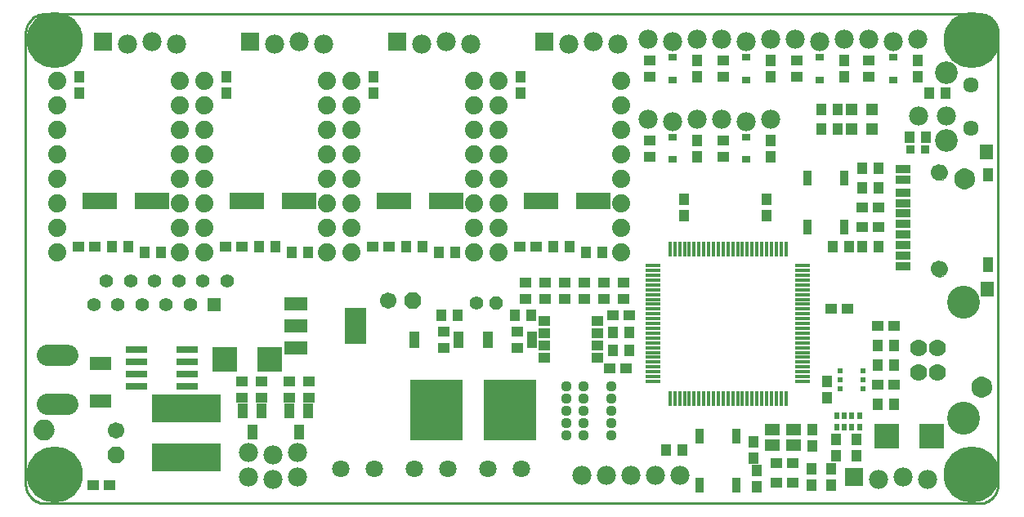
<source format=gts>
G75*
G70*
%OFA0B0*%
%FSLAX24Y24*%
%IPPOS*%
%LPD*%
%AMOC8*
5,1,8,0,0,1.08239X$1,22.5*
%
%ADD10C,0.0100*%
%ADD11R,0.0146X0.0631*%
%ADD12R,0.0631X0.0146*%
%ADD13R,0.0591X0.0512*%
%ADD14R,0.0473X0.0434*%
%ADD15R,0.0434X0.0473*%
%ADD16R,0.0340X0.0640*%
%ADD17C,0.0700*%
%ADD18C,0.1340*%
%ADD19R,0.0237X0.0237*%
%ADD20R,0.0367X0.0288*%
%ADD21R,0.0512X0.0512*%
%ADD22R,0.1040X0.1040*%
%ADD23C,0.0926*%
%ADD24C,0.0634*%
%ADD25C,0.0780*%
%ADD26R,0.0355X0.0355*%
%ADD27R,0.0571X0.0631*%
%ADD28R,0.0434X0.0591*%
%ADD29R,0.0434X0.0552*%
%ADD30R,0.0631X0.0335*%
%ADD31C,0.0000*%
%ADD32C,0.0670*%
%ADD33C,0.0740*%
%ADD34R,0.1418X0.0670*%
%ADD35R,0.0780X0.0780*%
%ADD36R,0.2166X0.2481*%
%ADD37R,0.0434X0.0670*%
%ADD38C,0.0709*%
%ADD39R,0.0920X0.0520*%
%ADD40R,0.0906X0.1457*%
%ADD41R,0.0237X0.0296*%
%ADD42R,0.0555X0.0555*%
%ADD43C,0.0555*%
%ADD44C,0.0865*%
%ADD45R,0.2796X0.1162*%
%ADD46C,0.0440*%
%ADD47R,0.0910X0.0280*%
%ADD48R,0.0867X0.0540*%
%ADD49OC8,0.0670*%
%ADD50C,0.0670*%
%ADD51OC8,0.0560*%
%ADD52C,0.0560*%
%ADD53R,0.0490X0.0400*%
%ADD54C,0.0050*%
%ADD55C,0.2290*%
D10*
X002785Y001429D02*
X002785Y019835D01*
X002787Y019889D01*
X002792Y019942D01*
X002801Y019995D01*
X002814Y020047D01*
X002830Y020099D01*
X002850Y020149D01*
X002873Y020197D01*
X002900Y020244D01*
X002929Y020289D01*
X002962Y020332D01*
X002997Y020372D01*
X003035Y020410D01*
X003075Y020445D01*
X003118Y020478D01*
X003163Y020507D01*
X003210Y020534D01*
X003258Y020557D01*
X003308Y020577D01*
X003360Y020593D01*
X003412Y020606D01*
X003465Y020615D01*
X003518Y020620D01*
X003572Y020622D01*
X041663Y020622D01*
X041717Y020620D01*
X041770Y020615D01*
X041823Y020606D01*
X041875Y020593D01*
X041927Y020577D01*
X041977Y020557D01*
X042025Y020534D01*
X042072Y020507D01*
X042117Y020478D01*
X042160Y020445D01*
X042200Y020410D01*
X042238Y020372D01*
X042273Y020332D01*
X042306Y020289D01*
X042335Y020244D01*
X042362Y020197D01*
X042385Y020149D01*
X042405Y020099D01*
X042421Y020047D01*
X042434Y019995D01*
X042443Y019942D01*
X042448Y019889D01*
X042450Y019835D01*
X042450Y001429D01*
X042448Y001375D01*
X042443Y001322D01*
X042434Y001269D01*
X042421Y001217D01*
X042405Y001165D01*
X042385Y001115D01*
X042362Y001067D01*
X042335Y001020D01*
X042306Y000975D01*
X042273Y000932D01*
X042238Y000892D01*
X042200Y000854D01*
X042160Y000819D01*
X042117Y000786D01*
X042072Y000757D01*
X042025Y000730D01*
X041977Y000707D01*
X041927Y000687D01*
X041875Y000671D01*
X041823Y000658D01*
X041770Y000649D01*
X041717Y000644D01*
X041663Y000642D01*
X003572Y000642D01*
X003518Y000644D01*
X003465Y000649D01*
X003412Y000658D01*
X003360Y000671D01*
X003308Y000687D01*
X003258Y000707D01*
X003210Y000730D01*
X003163Y000757D01*
X003118Y000786D01*
X003075Y000819D01*
X003035Y000854D01*
X002997Y000892D01*
X002962Y000932D01*
X002929Y000975D01*
X002900Y001020D01*
X002873Y001067D01*
X002850Y001115D01*
X002830Y001165D01*
X002814Y001217D01*
X002801Y001269D01*
X002792Y001322D01*
X002787Y001375D01*
X002785Y001429D01*
D11*
X029068Y004936D03*
X029265Y004936D03*
X029461Y004936D03*
X029658Y004936D03*
X029855Y004936D03*
X030052Y004936D03*
X030249Y004936D03*
X030446Y004936D03*
X030643Y004936D03*
X030839Y004936D03*
X031036Y004936D03*
X031233Y004936D03*
X031430Y004936D03*
X031627Y004936D03*
X031824Y004936D03*
X032021Y004936D03*
X032217Y004936D03*
X032414Y004936D03*
X032611Y004936D03*
X032808Y004936D03*
X033005Y004936D03*
X033202Y004936D03*
X033399Y004936D03*
X033595Y004936D03*
X033792Y004936D03*
X033792Y011038D03*
X033595Y011038D03*
X033399Y011038D03*
X033202Y011038D03*
X033005Y011038D03*
X032808Y011038D03*
X032611Y011038D03*
X032414Y011038D03*
X032217Y011038D03*
X032021Y011038D03*
X031824Y011038D03*
X031627Y011038D03*
X031430Y011038D03*
X031233Y011038D03*
X031036Y011038D03*
X030839Y011038D03*
X030643Y011038D03*
X030446Y011038D03*
X030249Y011038D03*
X030052Y011038D03*
X029855Y011038D03*
X029658Y011038D03*
X029461Y011038D03*
X029265Y011038D03*
X029068Y011038D03*
D12*
X028379Y010350D03*
X028379Y010153D03*
X028379Y009956D03*
X028379Y009759D03*
X028379Y009562D03*
X028379Y009365D03*
X028379Y009168D03*
X028379Y008972D03*
X028379Y008775D03*
X028379Y008578D03*
X028379Y008381D03*
X028379Y008184D03*
X028379Y007987D03*
X028379Y007790D03*
X028379Y007594D03*
X028379Y007397D03*
X028379Y007200D03*
X028379Y007003D03*
X028379Y006806D03*
X028379Y006609D03*
X028379Y006412D03*
X028379Y006216D03*
X028379Y006019D03*
X028379Y005822D03*
X028379Y005625D03*
X034481Y005625D03*
X034481Y005822D03*
X034481Y006019D03*
X034481Y006216D03*
X034481Y006412D03*
X034481Y006609D03*
X034481Y006806D03*
X034481Y007003D03*
X034481Y007200D03*
X034481Y007397D03*
X034481Y007594D03*
X034481Y007790D03*
X034481Y007987D03*
X034481Y008184D03*
X034481Y008381D03*
X034481Y008578D03*
X034481Y008775D03*
X034481Y008972D03*
X034481Y009168D03*
X034481Y009365D03*
X034481Y009562D03*
X034481Y009759D03*
X034481Y009956D03*
X034481Y010153D03*
X034481Y010350D03*
D13*
X034113Y003652D03*
X033247Y003652D03*
X033247Y003022D03*
X034113Y003022D03*
D14*
X034065Y002287D03*
X033395Y002287D03*
X033395Y001487D03*
X034065Y001487D03*
X037545Y005487D03*
X038215Y005487D03*
X038215Y007887D03*
X037545Y007887D03*
X036315Y008587D03*
X035645Y008587D03*
X036895Y011937D03*
X037565Y011937D03*
X037565Y012737D03*
X036895Y012737D03*
X031230Y014803D03*
X031230Y015472D03*
X028230Y015472D03*
X028230Y014803D03*
X028230Y018053D03*
X028230Y018722D03*
X031230Y018722D03*
X031230Y018053D03*
X034230Y018053D03*
X034230Y018722D03*
X037180Y018722D03*
X037180Y018053D03*
X023615Y011137D03*
X022945Y011137D03*
X023180Y009672D03*
X023980Y009672D03*
X024780Y009672D03*
X025580Y009672D03*
X026380Y009672D03*
X027180Y009672D03*
X027180Y009003D03*
X026380Y009003D03*
X025580Y009003D03*
X024780Y009003D03*
X023980Y009003D03*
X023180Y009003D03*
X022830Y007672D03*
X022830Y007003D03*
X019830Y007003D03*
X019830Y007672D03*
X014330Y005622D03*
X013530Y005622D03*
X013530Y004953D03*
X014330Y004953D03*
X012405Y004953D03*
X011605Y004953D03*
X011605Y005622D03*
X012405Y005622D03*
X006215Y001387D03*
X005545Y001387D03*
X005615Y011137D03*
X004945Y011137D03*
X010945Y011137D03*
X011615Y011137D03*
X016945Y011137D03*
X017615Y011137D03*
X026745Y008307D03*
X027415Y008307D03*
X027265Y006167D03*
X026595Y006167D03*
D15*
X026745Y006887D03*
X027415Y006887D03*
X027415Y007607D03*
X026745Y007607D03*
X023415Y008337D03*
X022745Y008337D03*
X020415Y008337D03*
X019745Y008337D03*
X019645Y010887D03*
X020315Y010887D03*
X018965Y011137D03*
X018295Y011137D03*
X014315Y010887D03*
X013645Y010887D03*
X012965Y011137D03*
X012295Y011137D03*
X008315Y010887D03*
X007645Y010887D03*
X006965Y011137D03*
X006295Y011137D03*
X004980Y017403D03*
X004980Y018072D03*
X010980Y018072D03*
X010980Y017403D03*
X016980Y017403D03*
X016980Y018072D03*
X022980Y018072D03*
X022980Y017403D03*
X030180Y018053D03*
X030180Y018722D03*
X033180Y018722D03*
X033180Y018053D03*
X035245Y016737D03*
X035915Y016737D03*
X035915Y015937D03*
X035245Y015937D03*
X033180Y015472D03*
X033180Y014803D03*
X030180Y014803D03*
X030180Y015472D03*
X029655Y013072D03*
X029655Y012403D03*
X026315Y010887D03*
X025645Y010887D03*
X024965Y011137D03*
X024295Y011137D03*
X033005Y012403D03*
X033005Y013072D03*
X036895Y013537D03*
X037565Y013537D03*
X037565Y014337D03*
X036895Y014337D03*
X038845Y015587D03*
X039515Y015587D03*
X039645Y017387D03*
X040315Y017387D03*
X039180Y018053D03*
X039180Y018722D03*
X036180Y018722D03*
X036180Y018053D03*
X036365Y011137D03*
X036895Y011137D03*
X037565Y011137D03*
X035695Y011137D03*
X037545Y007087D03*
X038215Y007087D03*
X038215Y006287D03*
X037545Y006287D03*
X035480Y005622D03*
X035480Y004953D03*
X037545Y004687D03*
X038215Y004687D03*
X036680Y003272D03*
X035830Y003272D03*
X034880Y003003D03*
X035830Y002603D03*
X036680Y002603D03*
X035630Y002072D03*
X034830Y002072D03*
X034830Y001403D03*
X035630Y001403D03*
X032605Y001328D03*
X032605Y001997D03*
X032480Y002503D03*
X032480Y003172D03*
X034880Y003672D03*
X029565Y002837D03*
X028895Y002837D03*
D16*
X030280Y003387D03*
X031780Y003387D03*
X031780Y001387D03*
X030280Y001387D03*
X034680Y011937D03*
X036180Y011937D03*
X036180Y013937D03*
X034680Y013937D03*
D17*
X039200Y006979D03*
X039980Y006979D03*
X039980Y005995D03*
X039200Y005995D03*
D18*
X041050Y004117D03*
X041050Y008857D03*
D19*
X036952Y006061D03*
X036952Y005687D03*
X036952Y005313D03*
X036008Y005313D03*
X036008Y005687D03*
X036008Y006061D03*
D20*
X032180Y014685D03*
X032180Y015590D03*
X029180Y015590D03*
X029180Y014685D03*
X029180Y017935D03*
X029180Y018840D03*
X032180Y018840D03*
X032180Y017935D03*
X035180Y017935D03*
X035180Y018840D03*
X038180Y018840D03*
X038180Y017935D03*
D21*
X037293Y016737D03*
X036467Y016737D03*
X036467Y015937D03*
X037293Y015937D03*
D22*
X012755Y006537D03*
X010905Y006537D03*
X037905Y003387D03*
X039755Y003387D03*
D23*
X040346Y015459D03*
X040346Y018215D03*
D24*
X041330Y017723D03*
X041330Y015951D03*
D25*
X040350Y016467D03*
X039210Y016467D03*
X033168Y016337D03*
X032168Y016237D03*
X031168Y016337D03*
X030168Y016337D03*
X029168Y016237D03*
X028168Y016337D03*
X026930Y019387D03*
X025930Y019487D03*
X024930Y019387D03*
X028168Y019587D03*
X029168Y019487D03*
X030168Y019587D03*
X031168Y019587D03*
X032168Y019487D03*
X033168Y019587D03*
X034168Y019587D03*
X035168Y019487D03*
X036168Y019587D03*
X037168Y019587D03*
X038168Y019487D03*
X039168Y019587D03*
X020930Y019387D03*
X019930Y019487D03*
X018930Y019387D03*
X014930Y019387D03*
X013930Y019487D03*
X012930Y019387D03*
X008930Y019387D03*
X007930Y019487D03*
X006930Y019387D03*
X011880Y002737D03*
X012880Y002637D03*
X013880Y002737D03*
X013880Y001737D03*
X012880Y001637D03*
X011880Y001737D03*
X025480Y001787D03*
X026480Y001787D03*
X027480Y001787D03*
X028480Y001787D03*
X029480Y001787D03*
X037580Y001637D03*
X038580Y001737D03*
X039580Y001637D03*
D26*
X039475Y015087D03*
X038885Y015087D03*
D27*
X041983Y014973D03*
X042002Y009402D03*
D28*
X042042Y010396D03*
X014304Y004420D03*
X013556Y004420D03*
X012404Y004420D03*
X011656Y004420D03*
X012030Y003554D03*
X013930Y003554D03*
D29*
X042042Y014067D03*
D30*
X038587Y013851D03*
X038587Y014284D03*
X038587Y013339D03*
X038587Y012906D03*
X038587Y012473D03*
X038587Y012040D03*
X038587Y011607D03*
X038587Y011174D03*
X038587Y010740D03*
X038587Y010307D03*
D31*
X039739Y010219D02*
X039741Y010254D01*
X039747Y010289D01*
X039757Y010323D01*
X039770Y010356D01*
X039787Y010387D01*
X039808Y010415D01*
X039831Y010442D01*
X039858Y010465D01*
X039886Y010486D01*
X039917Y010503D01*
X039950Y010516D01*
X039984Y010526D01*
X040019Y010532D01*
X040054Y010534D01*
X040089Y010532D01*
X040124Y010526D01*
X040158Y010516D01*
X040191Y010503D01*
X040222Y010486D01*
X040250Y010465D01*
X040277Y010442D01*
X040300Y010415D01*
X040321Y010387D01*
X040338Y010356D01*
X040351Y010323D01*
X040361Y010289D01*
X040367Y010254D01*
X040369Y010219D01*
X040367Y010184D01*
X040361Y010149D01*
X040351Y010115D01*
X040338Y010082D01*
X040321Y010051D01*
X040300Y010023D01*
X040277Y009996D01*
X040250Y009973D01*
X040222Y009952D01*
X040191Y009935D01*
X040158Y009922D01*
X040124Y009912D01*
X040089Y009906D01*
X040054Y009904D01*
X040019Y009906D01*
X039984Y009912D01*
X039950Y009922D01*
X039917Y009935D01*
X039886Y009952D01*
X039858Y009973D01*
X039831Y009996D01*
X039808Y010023D01*
X039787Y010051D01*
X039770Y010082D01*
X039757Y010115D01*
X039747Y010149D01*
X039741Y010184D01*
X039739Y010219D01*
X039739Y014156D02*
X039741Y014191D01*
X039747Y014226D01*
X039757Y014260D01*
X039770Y014293D01*
X039787Y014324D01*
X039808Y014352D01*
X039831Y014379D01*
X039858Y014402D01*
X039886Y014423D01*
X039917Y014440D01*
X039950Y014453D01*
X039984Y014463D01*
X040019Y014469D01*
X040054Y014471D01*
X040089Y014469D01*
X040124Y014463D01*
X040158Y014453D01*
X040191Y014440D01*
X040222Y014423D01*
X040250Y014402D01*
X040277Y014379D01*
X040300Y014352D01*
X040321Y014324D01*
X040338Y014293D01*
X040351Y014260D01*
X040361Y014226D01*
X040367Y014191D01*
X040369Y014156D01*
X040367Y014121D01*
X040361Y014086D01*
X040351Y014052D01*
X040338Y014019D01*
X040321Y013988D01*
X040300Y013960D01*
X040277Y013933D01*
X040250Y013910D01*
X040222Y013889D01*
X040191Y013872D01*
X040158Y013859D01*
X040124Y013849D01*
X040089Y013843D01*
X040054Y013841D01*
X040019Y013843D01*
X039984Y013849D01*
X039950Y013859D01*
X039917Y013872D01*
X039886Y013889D01*
X039858Y013910D01*
X039831Y013933D01*
X039808Y013960D01*
X039787Y013988D01*
X039770Y014019D01*
X039757Y014052D01*
X039747Y014086D01*
X039741Y014121D01*
X039739Y014156D01*
D32*
X040054Y014156D03*
X040054Y010219D03*
D33*
X027080Y010887D03*
X027080Y011887D03*
X027080Y012887D03*
X027080Y013887D03*
X027080Y014887D03*
X027080Y015887D03*
X027080Y016887D03*
X027080Y017887D03*
X022080Y017887D03*
X021080Y017887D03*
X021080Y016887D03*
X022080Y016887D03*
X022080Y015887D03*
X021080Y015887D03*
X021080Y014887D03*
X022080Y014887D03*
X022080Y013887D03*
X021080Y013887D03*
X021080Y012887D03*
X022080Y012887D03*
X022080Y011887D03*
X021080Y011887D03*
X021080Y010887D03*
X022080Y010887D03*
X016080Y010887D03*
X015080Y010887D03*
X015080Y011887D03*
X016080Y011887D03*
X016080Y012887D03*
X015080Y012887D03*
X015080Y013887D03*
X016080Y013887D03*
X016080Y014887D03*
X015080Y014887D03*
X015080Y015887D03*
X016080Y015887D03*
X016080Y016887D03*
X015080Y016887D03*
X015080Y017887D03*
X016080Y017887D03*
X010080Y017887D03*
X009080Y017887D03*
X009080Y016887D03*
X010080Y016887D03*
X010080Y015887D03*
X009080Y015887D03*
X009080Y014887D03*
X010080Y014887D03*
X010080Y013887D03*
X009080Y013887D03*
X009080Y012887D03*
X010080Y012887D03*
X010080Y011887D03*
X009080Y011887D03*
X009080Y010887D03*
X010080Y010887D03*
X004080Y010887D03*
X004080Y011887D03*
X004080Y012887D03*
X004080Y013887D03*
X004080Y014887D03*
X004080Y015887D03*
X004080Y016887D03*
X004080Y017887D03*
D34*
X005817Y012987D03*
X007943Y012987D03*
X011817Y012987D03*
X013943Y012987D03*
X017817Y012987D03*
X019943Y012987D03*
X023817Y012987D03*
X025943Y012987D03*
D35*
X023930Y019487D03*
X017930Y019487D03*
X011930Y019487D03*
X005930Y019487D03*
X036580Y001737D03*
D36*
X022530Y004453D03*
X019530Y004453D03*
D37*
X018632Y007327D03*
X020428Y007327D03*
X021632Y007327D03*
X023428Y007327D03*
D38*
X023019Y002048D03*
X021641Y002048D03*
X020019Y002048D03*
X018641Y002048D03*
X017019Y002048D03*
X015641Y002048D03*
D39*
X013810Y006977D03*
X013810Y007887D03*
X013810Y008797D03*
D40*
X016250Y007887D03*
D41*
X035858Y004233D03*
X036173Y004233D03*
X036487Y004233D03*
X036802Y004233D03*
X036802Y003741D03*
X036487Y003741D03*
X036173Y003741D03*
X035858Y003741D03*
D42*
X010487Y008745D03*
D43*
X009503Y008745D03*
X008519Y008745D03*
X007535Y008745D03*
X006550Y008745D03*
X005566Y008745D03*
X006074Y009729D03*
X007058Y009729D03*
X008043Y009729D03*
X009027Y009729D03*
X010011Y009729D03*
X010995Y009729D03*
D44*
X004493Y006687D02*
X003668Y006687D01*
X003668Y004687D02*
X004493Y004687D01*
D45*
X009330Y004537D03*
X009330Y002537D03*
D46*
X024830Y003437D03*
X025530Y003437D03*
X025530Y003937D03*
X024830Y003937D03*
X024830Y004437D03*
X025530Y004437D03*
X025530Y004937D03*
X024830Y004937D03*
X024830Y005437D03*
X025530Y005437D03*
X026680Y005437D03*
X026680Y004937D03*
X026680Y004437D03*
X026680Y003937D03*
X026680Y003437D03*
D47*
X009360Y005437D03*
X009360Y005937D03*
X009360Y006437D03*
X009360Y006937D03*
X007300Y006937D03*
X007300Y006437D03*
X007300Y005937D03*
X007300Y005437D03*
D48*
X005830Y004808D03*
X005830Y006367D03*
D49*
X006480Y002637D03*
X018580Y008937D03*
D50*
X017580Y008937D03*
X006480Y003637D03*
D51*
X021980Y008837D03*
D52*
X021180Y008837D03*
D53*
X023955Y008087D03*
X023955Y007587D03*
X023955Y007087D03*
X023955Y006587D03*
X026105Y006587D03*
X026105Y007087D03*
X026105Y007587D03*
X026105Y008087D03*
D54*
X040715Y013757D02*
X040744Y013695D01*
X040783Y013639D01*
X040832Y013590D01*
X040888Y013551D01*
X040950Y013522D01*
X041016Y013504D01*
X041085Y013498D01*
X041153Y013504D01*
X041219Y013522D01*
X041282Y013551D01*
X041338Y013590D01*
X041386Y013639D01*
X041426Y013695D01*
X041455Y013757D01*
X041472Y013824D01*
X041478Y013892D01*
X041472Y013960D01*
X041455Y014027D01*
X041426Y014089D01*
X041386Y014145D01*
X041338Y014194D01*
X041282Y014233D01*
X041219Y014262D01*
X041153Y014280D01*
X041085Y014286D01*
X041016Y014280D01*
X040950Y014262D01*
X040888Y014233D01*
X040832Y014194D01*
X040783Y014145D01*
X040744Y014089D01*
X040715Y014027D01*
X040697Y013960D01*
X040691Y013892D01*
X040697Y013824D01*
X040715Y013757D01*
X040724Y013737D02*
X041445Y013737D01*
X041462Y013786D02*
X040707Y013786D01*
X040696Y013834D02*
X041473Y013834D01*
X041478Y013883D02*
X040692Y013883D01*
X040694Y013931D02*
X041475Y013931D01*
X041467Y013980D02*
X040702Y013980D01*
X040715Y014028D02*
X041454Y014028D01*
X041431Y014077D02*
X040738Y014077D01*
X040769Y014125D02*
X041400Y014125D01*
X041358Y014174D02*
X040812Y014174D01*
X040872Y014222D02*
X041297Y014222D01*
X041187Y014271D02*
X040982Y014271D01*
X040748Y013689D02*
X041421Y013689D01*
X041387Y013640D02*
X040782Y013640D01*
X040831Y013592D02*
X041339Y013592D01*
X041264Y013543D02*
X040905Y013543D01*
X041716Y005780D02*
X041650Y005762D01*
X041588Y005733D01*
X041532Y005694D01*
X041483Y005645D01*
X041444Y005589D01*
X042126Y005589D01*
X042086Y005645D01*
X042038Y005694D01*
X041982Y005733D01*
X041919Y005762D01*
X041853Y005780D01*
X041785Y005786D01*
X041716Y005780D01*
X041754Y005783D02*
X041815Y005783D01*
X041978Y005735D02*
X041591Y005735D01*
X041524Y005686D02*
X042045Y005686D01*
X042092Y005638D02*
X041478Y005638D01*
X041444Y005589D02*
X041415Y005527D01*
X041397Y005460D01*
X041391Y005392D01*
X041397Y005324D01*
X041415Y005257D01*
X041444Y005195D01*
X041483Y005139D01*
X041532Y005090D01*
X041588Y005051D01*
X041650Y005022D01*
X041716Y005004D01*
X041785Y004998D01*
X041853Y005004D01*
X041919Y005022D01*
X041982Y005051D01*
X042038Y005090D01*
X042086Y005139D01*
X042126Y005195D01*
X042155Y005257D01*
X042172Y005324D01*
X042178Y005392D01*
X042172Y005460D01*
X042155Y005527D01*
X042126Y005589D01*
X042148Y005541D02*
X041421Y005541D01*
X041405Y005492D02*
X042164Y005492D01*
X042174Y005444D02*
X041396Y005444D01*
X041391Y005395D02*
X042178Y005395D01*
X042174Y005347D02*
X041395Y005347D01*
X041404Y005298D02*
X042166Y005298D01*
X042151Y005250D02*
X041418Y005250D01*
X041441Y005201D02*
X042128Y005201D01*
X042096Y005153D02*
X041474Y005153D01*
X041518Y005104D02*
X042051Y005104D01*
X041988Y005056D02*
X041581Y005056D01*
X041706Y005007D02*
X041863Y005007D01*
X003928Y003642D02*
X003922Y003574D01*
X003905Y003507D01*
X003876Y003445D01*
X003836Y003389D01*
X003788Y003340D01*
X003732Y003301D01*
X003669Y003272D01*
X003603Y003254D01*
X003535Y003248D01*
X003466Y003254D01*
X003400Y003272D01*
X003338Y003301D01*
X003282Y003340D01*
X003233Y003389D01*
X003194Y003445D01*
X003165Y003507D01*
X003147Y003574D01*
X003141Y003642D01*
X003147Y003710D01*
X003165Y003777D01*
X003194Y003839D01*
X003233Y003895D01*
X003282Y003944D01*
X003338Y003983D01*
X003400Y004012D01*
X003466Y004030D01*
X003535Y004036D01*
X003603Y004030D01*
X003669Y004012D01*
X003732Y003983D01*
X003788Y003944D01*
X003836Y003895D01*
X003876Y003839D01*
X003905Y003777D01*
X003922Y003710D01*
X003928Y003642D01*
X003928Y003649D02*
X003142Y003649D01*
X003145Y003601D02*
X003925Y003601D01*
X003917Y003552D02*
X003153Y003552D01*
X003167Y003504D02*
X003903Y003504D01*
X003880Y003455D02*
X003189Y003455D01*
X003221Y003407D02*
X003849Y003407D01*
X003805Y003358D02*
X003264Y003358D01*
X003326Y003310D02*
X003744Y003310D01*
X003628Y003261D02*
X003441Y003261D01*
X003146Y003698D02*
X003924Y003698D01*
X003913Y003746D02*
X003157Y003746D01*
X003173Y003795D02*
X003896Y003795D01*
X003873Y003843D02*
X003197Y003843D01*
X003231Y003892D02*
X003839Y003892D01*
X003791Y003940D02*
X003278Y003940D01*
X003350Y003989D02*
X003720Y003989D01*
D55*
X003966Y001823D03*
X041367Y001823D03*
X041367Y019540D03*
X003966Y019540D03*
M02*

</source>
